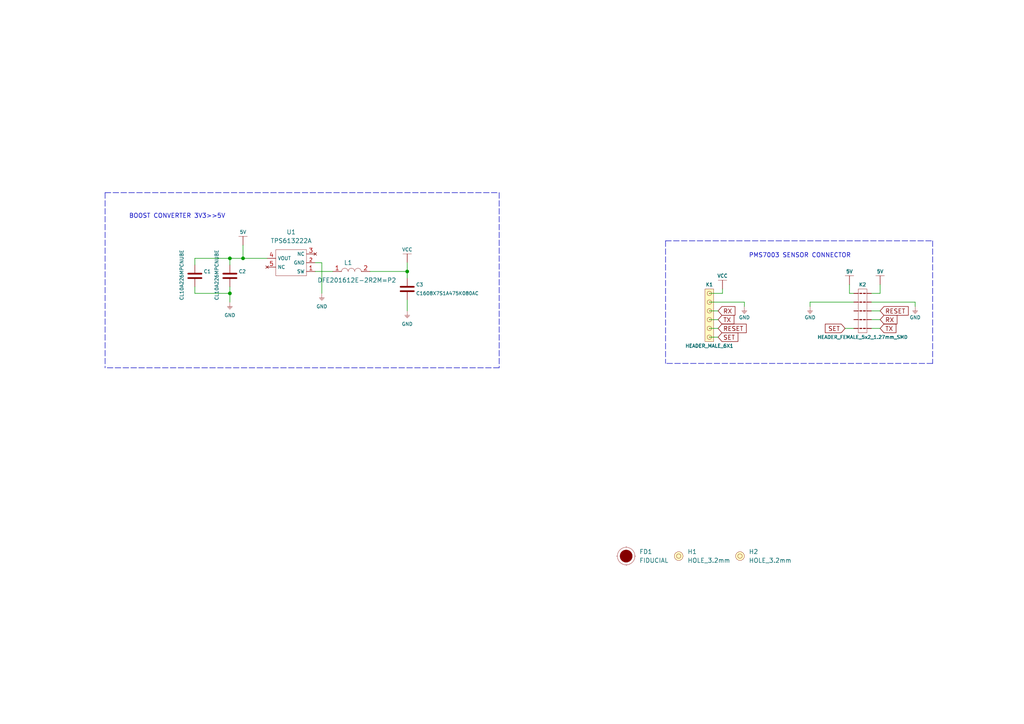
<source format=kicad_sch>
(kicad_sch (version 20211123) (generator eeschema)

  (uuid 48b536c3-d1f1-4397-99d6-5d886d23cefc)

  (paper "A4")

  (title_block
    (title "PMS7003 sensor adapter")
    (date "2021-09-09")
    (rev "V1.1.1.")
    (company "SOLDERED")
    (comment 1 "333058")
  )

  (lib_symbols
    (symbol "e-radionica.com schematics:0805C" (pin_numbers hide) (in_bom yes) (on_board yes)
      (property "Reference" "C" (id 0) (at -0.635 3.175 0)
        (effects (font (size 1 1)))
      )
      (property "Value" "0805C" (id 1) (at 0 -3.175 0)
        (effects (font (size 1 1)))
      )
      (property "Footprint" "e-radionica.com footprinti:0805C" (id 2) (at 0 0 0)
        (effects (font (size 1 1)) hide)
      )
      (property "Datasheet" "" (id 3) (at 0 0 0)
        (effects (font (size 1 1)) hide)
      )
      (symbol "0805C_0_1"
        (polyline
          (pts
            (xy -0.635 1.905)
            (xy -0.635 -1.905)
          )
          (stroke (width 0.5) (type default) (color 0 0 0 0))
          (fill (type none))
        )
        (polyline
          (pts
            (xy 0.635 1.905)
            (xy 0.635 -1.905)
          )
          (stroke (width 0.5) (type default) (color 0 0 0 0))
          (fill (type none))
        )
      )
      (symbol "0805C_1_1"
        (pin passive line (at -3.175 0 0) (length 2.54)
          (name "~" (effects (font (size 1.27 1.27))))
          (number "1" (effects (font (size 1.27 1.27))))
        )
        (pin passive line (at 3.175 0 180) (length 2.54)
          (name "~" (effects (font (size 1.27 1.27))))
          (number "2" (effects (font (size 1.27 1.27))))
        )
      )
    )
    (symbol "e-radionica.com schematics:0806L" (in_bom yes) (on_board yes)
      (property "Reference" "L" (id 0) (at 0 1.905 0)
        (effects (font (size 1.27 1.27)))
      )
      (property "Value" "0806L" (id 1) (at 0 -1.27 0)
        (effects (font (size 1.27 1.27)))
      )
      (property "Footprint" "e-radionica.com footprinti:0806L" (id 2) (at 0 -2.54 0)
        (effects (font (size 1.27 1.27)) hide)
      )
      (property "Datasheet" "" (id 3) (at 0 -1.27 0)
        (effects (font (size 1.27 1.27)) hide)
      )
      (symbol "0806L_0_1"
        (arc (start -1.27 0) (mid -2.2225 0.9388) (end -3.175 0)
          (stroke (width 0.0006) (type default) (color 0 0 0 0))
          (fill (type none))
        )
        (arc (start 0.635 0) (mid -0.3175 0.9388) (end -1.27 0)
          (stroke (width 0.0006) (type default) (color 0 0 0 0))
          (fill (type none))
        )
        (arc (start 2.54 0) (mid 1.5875 0.9388) (end 0.635 0)
          (stroke (width 0.0006) (type default) (color 0 0 0 0))
          (fill (type none))
        )
      )
      (symbol "0806L_1_1"
        (pin passive line (at -5.715 0 0) (length 2.54)
          (name "" (effects (font (size 1.27 1.27))))
          (number "1" (effects (font (size 1.27 1.27))))
        )
        (pin passive line (at 5.08 0 180) (length 2.54)
          (name "" (effects (font (size 1.27 1.27))))
          (number "2" (effects (font (size 1.27 1.27))))
        )
      )
    )
    (symbol "e-radionica.com schematics:5V" (power) (pin_names (offset 0)) (in_bom yes) (on_board yes)
      (property "Reference" "#PWR" (id 0) (at 4.445 0 0)
        (effects (font (size 1 1)) hide)
      )
      (property "Value" "5V" (id 1) (at 0 3.556 0)
        (effects (font (size 1 1)))
      )
      (property "Footprint" "" (id 2) (at 4.445 3.81 0)
        (effects (font (size 1 1)) hide)
      )
      (property "Datasheet" "" (id 3) (at 4.445 3.81 0)
        (effects (font (size 1 1)) hide)
      )
      (property "ki_keywords" "power-flag" (id 4) (at 0 0 0)
        (effects (font (size 1.27 1.27)) hide)
      )
      (property "ki_description" "Power symbol creates a global label with name \"5V\"" (id 5) (at 0 0 0)
        (effects (font (size 1.27 1.27)) hide)
      )
      (symbol "5V_0_1"
        (polyline
          (pts
            (xy -1.27 2.54)
            (xy 1.27 2.54)
          )
          (stroke (width 0.0006) (type default) (color 0 0 0 0))
          (fill (type none))
        )
        (polyline
          (pts
            (xy 0 0)
            (xy 0 2.54)
          )
          (stroke (width 0) (type default) (color 0 0 0 0))
          (fill (type none))
        )
      )
      (symbol "5V_1_1"
        (pin power_in line (at 0 0 90) (length 0) hide
          (name "5V" (effects (font (size 1.27 1.27))))
          (number "1" (effects (font (size 1.27 1.27))))
        )
      )
    )
    (symbol "e-radionica.com schematics:FIDUCIAL" (in_bom no) (on_board yes)
      (property "Reference" "FD" (id 0) (at 0 3.81 0)
        (effects (font (size 1.27 1.27)))
      )
      (property "Value" "FIDUCIAL" (id 1) (at 0 -3.81 0)
        (effects (font (size 1.27 1.27)))
      )
      (property "Footprint" "e-radionica.com footprinti:FIDUCIAL_23" (id 2) (at 0.254 -5.334 0)
        (effects (font (size 1.27 1.27)) hide)
      )
      (property "Datasheet" "" (id 3) (at 0 0 0)
        (effects (font (size 1.27 1.27)) hide)
      )
      (symbol "FIDUCIAL_0_1"
        (polyline
          (pts
            (xy -2.54 0)
            (xy -2.794 0)
          )
          (stroke (width 0.0006) (type default) (color 0 0 0 0))
          (fill (type none))
        )
        (polyline
          (pts
            (xy 0 -2.54)
            (xy 0 -2.794)
          )
          (stroke (width 0.0006) (type default) (color 0 0 0 0))
          (fill (type none))
        )
        (polyline
          (pts
            (xy 0 2.54)
            (xy 0 2.794)
          )
          (stroke (width 0.0006) (type default) (color 0 0 0 0))
          (fill (type none))
        )
        (polyline
          (pts
            (xy 2.54 0)
            (xy 2.794 0)
          )
          (stroke (width 0.0006) (type default) (color 0 0 0 0))
          (fill (type none))
        )
        (circle (center 0 0) (radius 1.7961)
          (stroke (width 0.001) (type default) (color 0 0 0 0))
          (fill (type outline))
        )
        (circle (center 0 0) (radius 2.54)
          (stroke (width 0.0006) (type default) (color 0 0 0 0))
          (fill (type none))
        )
      )
    )
    (symbol "e-radionica.com schematics:GND" (power) (pin_names (offset 0)) (in_bom yes) (on_board yes)
      (property "Reference" "#PWR" (id 0) (at 4.445 0 0)
        (effects (font (size 1 1)) hide)
      )
      (property "Value" "GND" (id 1) (at 0 -2.921 0)
        (effects (font (size 1 1)))
      )
      (property "Footprint" "" (id 2) (at 4.445 3.81 0)
        (effects (font (size 1 1)) hide)
      )
      (property "Datasheet" "" (id 3) (at 4.445 3.81 0)
        (effects (font (size 1 1)) hide)
      )
      (property "ki_keywords" "power-flag" (id 4) (at 0 0 0)
        (effects (font (size 1.27 1.27)) hide)
      )
      (property "ki_description" "Power symbol creates a global label with name \"GND\"" (id 5) (at 0 0 0)
        (effects (font (size 1.27 1.27)) hide)
      )
      (symbol "GND_0_1"
        (polyline
          (pts
            (xy -0.762 -1.27)
            (xy 0.762 -1.27)
          )
          (stroke (width 0.0006) (type default) (color 0 0 0 0))
          (fill (type none))
        )
        (polyline
          (pts
            (xy -0.635 -1.524)
            (xy 0.635 -1.524)
          )
          (stroke (width 0.0006) (type default) (color 0 0 0 0))
          (fill (type none))
        )
        (polyline
          (pts
            (xy -0.381 -1.778)
            (xy 0.381 -1.778)
          )
          (stroke (width 0.0006) (type default) (color 0 0 0 0))
          (fill (type none))
        )
        (polyline
          (pts
            (xy -0.127 -2.032)
            (xy 0.127 -2.032)
          )
          (stroke (width 0.0006) (type default) (color 0 0 0 0))
          (fill (type none))
        )
        (polyline
          (pts
            (xy 0 0)
            (xy 0 -1.27)
          )
          (stroke (width 0.0006) (type default) (color 0 0 0 0))
          (fill (type none))
        )
      )
      (symbol "GND_1_1"
        (pin power_in line (at 0 0 270) (length 0) hide
          (name "GND" (effects (font (size 1.27 1.27))))
          (number "1" (effects (font (size 1.27 1.27))))
        )
      )
    )
    (symbol "e-radionica.com schematics:HEADER_FEMALE_5x2_1.27mm_SMD" (pin_numbers hide) (pin_names hide) (in_bom yes) (on_board yes)
      (property "Reference" "K" (id 0) (at 0 7.62 0)
        (effects (font (size 1 1)))
      )
      (property "Value" "HEADER_FEMALE_5x2_1.27mm_SMD" (id 1) (at 0 -7.62 0)
        (effects (font (size 1 1)))
      )
      (property "Footprint" "e-radionica.com footprinti:HEADER_FEMALE_5x2_1.27mm_SMD" (id 2) (at 0 -8.89 0)
        (effects (font (size 1 1)) hide)
      )
      (property "Datasheet" "" (id 3) (at 2.54 -2.54 0)
        (effects (font (size 1 1)) hide)
      )
      (property "ki_keywords" "PMS7003 header 1.27mm SMD" (id 4) (at 0 0 0)
        (effects (font (size 1.27 1.27)) hide)
      )
      (property "ki_description" "Header 1.27mm 5x2 SMD" (id 5) (at 0 0 0)
        (effects (font (size 1.27 1.27)) hide)
      )
      (symbol "HEADER_FEMALE_5x2_1.27mm_SMD_0_1"
        (rectangle (start -1.27 6.35) (end 1.27 -6.35)
          (stroke (width 0.0006) (type default) (color 0 0 0 0))
          (fill (type none))
        )
        (polyline
          (pts
            (xy -1.27 -5.08)
            (xy -0.635 -5.08)
          )
          (stroke (width 0.0006) (type default) (color 0 0 0 0))
          (fill (type none))
        )
        (polyline
          (pts
            (xy -1.27 -2.54)
            (xy -0.635 -2.54)
          )
          (stroke (width 0.0006) (type default) (color 0 0 0 0))
          (fill (type none))
        )
        (polyline
          (pts
            (xy -1.27 0)
            (xy -0.635 0)
          )
          (stroke (width 0.0006) (type default) (color 0 0 0 0))
          (fill (type none))
        )
        (polyline
          (pts
            (xy -1.27 2.54)
            (xy -0.635 2.54)
          )
          (stroke (width 0.0006) (type default) (color 0 0 0 0))
          (fill (type none))
        )
        (polyline
          (pts
            (xy -1.27 5.08)
            (xy -0.635 5.08)
          )
          (stroke (width 0.0006) (type default) (color 0 0 0 0))
          (fill (type none))
        )
        (polyline
          (pts
            (xy -0.762 -5.08)
            (xy -0.254 -5.08)
          )
          (stroke (width 0.3) (type default) (color 0 0 0 0))
          (fill (type none))
        )
        (polyline
          (pts
            (xy -0.762 -2.54)
            (xy -0.254 -2.54)
          )
          (stroke (width 0.3) (type default) (color 0 0 0 0))
          (fill (type none))
        )
        (polyline
          (pts
            (xy -0.762 0)
            (xy -0.254 0)
          )
          (stroke (width 0.3) (type default) (color 0 0 0 0))
          (fill (type none))
        )
        (polyline
          (pts
            (xy -0.762 2.54)
            (xy -0.254 2.54)
          )
          (stroke (width 0.3) (type default) (color 0 0 0 0))
          (fill (type none))
        )
        (polyline
          (pts
            (xy -0.762 5.08)
            (xy -0.254 5.08)
          )
          (stroke (width 0.3) (type default) (color 0 0 0 0))
          (fill (type none))
        )
        (polyline
          (pts
            (xy 0.254 -5.08)
            (xy 0.762 -5.08)
          )
          (stroke (width 0.3) (type default) (color 0 0 0 0))
          (fill (type none))
        )
        (polyline
          (pts
            (xy 0.254 -2.54)
            (xy 0.762 -2.54)
          )
          (stroke (width 0.3) (type default) (color 0 0 0 0))
          (fill (type none))
        )
        (polyline
          (pts
            (xy 0.254 0)
            (xy 0.762 0)
          )
          (stroke (width 0.3) (type default) (color 0 0 0 0))
          (fill (type none))
        )
        (polyline
          (pts
            (xy 0.254 2.54)
            (xy 0.762 2.54)
          )
          (stroke (width 0.3) (type default) (color 0 0 0 0))
          (fill (type none))
        )
        (polyline
          (pts
            (xy 0.254 5.08)
            (xy 0.762 5.08)
          )
          (stroke (width 0.3) (type default) (color 0 0 0 0))
          (fill (type none))
        )
        (polyline
          (pts
            (xy 1.27 -5.08)
            (xy 0.635 -5.08)
          )
          (stroke (width 0.0006) (type default) (color 0 0 0 0))
          (fill (type none))
        )
        (polyline
          (pts
            (xy 1.27 -2.54)
            (xy 0.635 -2.54)
          )
          (stroke (width 0.0006) (type default) (color 0 0 0 0))
          (fill (type none))
        )
        (polyline
          (pts
            (xy 1.27 0)
            (xy 0.635 0)
          )
          (stroke (width 0.0006) (type default) (color 0 0 0 0))
          (fill (type none))
        )
        (polyline
          (pts
            (xy 1.27 2.54)
            (xy 0.635 2.54)
          )
          (stroke (width 0.0006) (type default) (color 0 0 0 0))
          (fill (type none))
        )
        (polyline
          (pts
            (xy 1.27 5.08)
            (xy 0.635 5.08)
          )
          (stroke (width 0.0006) (type default) (color 0 0 0 0))
          (fill (type none))
        )
      )
      (symbol "HEADER_FEMALE_5x2_1.27mm_SMD_1_1"
        (pin passive line (at -2.54 5.08 0) (length 1.27)
          (name "~" (effects (font (size 1 1))))
          (number "1" (effects (font (size 1 1))))
        )
        (pin passive line (at 2.54 5.08 180) (length 1.27)
          (name "~" (effects (font (size 1 1))))
          (number "10" (effects (font (size 1 1))))
        )
        (pin passive line (at -2.54 2.54 0) (length 1.27)
          (name "~" (effects (font (size 1 1))))
          (number "2" (effects (font (size 1 1))))
        )
        (pin passive line (at -2.54 0 0) (length 1.27)
          (name "~" (effects (font (size 1 1))))
          (number "3" (effects (font (size 1 1))))
        )
        (pin passive line (at -2.54 -2.54 0) (length 1.27)
          (name "~" (effects (font (size 1 1))))
          (number "4" (effects (font (size 1 1))))
        )
        (pin passive line (at -2.54 -5.08 0) (length 1.27)
          (name "~" (effects (font (size 1 1))))
          (number "5" (effects (font (size 1 1))))
        )
        (pin passive line (at 2.54 -5.08 180) (length 1.27)
          (name "~" (effects (font (size 1 1))))
          (number "6" (effects (font (size 1 1))))
        )
        (pin passive line (at 2.54 -2.54 180) (length 1.27)
          (name "~" (effects (font (size 1 1))))
          (number "7" (effects (font (size 1 1))))
        )
        (pin passive line (at 2.54 0 180) (length 1.27)
          (name "~" (effects (font (size 1 1))))
          (number "8" (effects (font (size 1 1))))
        )
        (pin passive line (at 2.54 2.54 180) (length 1.27)
          (name "~" (effects (font (size 1 1))))
          (number "9" (effects (font (size 1 1))))
        )
      )
    )
    (symbol "e-radionica.com schematics:HEADER_MALE_6X1" (pin_numbers hide) (pin_names hide) (in_bom yes) (on_board yes)
      (property "Reference" "K" (id 0) (at -0.635 10.16 0)
        (effects (font (size 1 1)))
      )
      (property "Value" "HEADER_MALE_6X1" (id 1) (at 1.27 -7.62 0)
        (effects (font (size 1 1)))
      )
      (property "Footprint" "e-radionica.com footprinti:HEADER_MALE_6X1" (id 2) (at 0 0 0)
        (effects (font (size 1 1)) hide)
      )
      (property "Datasheet" "" (id 3) (at 0 0 0)
        (effects (font (size 1 1)) hide)
      )
      (symbol "HEADER_MALE_6X1_0_1"
        (circle (center 0 -5.08) (radius 0.635)
          (stroke (width 0.0006) (type default) (color 0 0 0 0))
          (fill (type none))
        )
        (circle (center 0 -2.54) (radius 0.635)
          (stroke (width 0.0006) (type default) (color 0 0 0 0))
          (fill (type none))
        )
        (circle (center 0 0) (radius 0.635)
          (stroke (width 0.0006) (type default) (color 0 0 0 0))
          (fill (type none))
        )
        (circle (center 0 2.54) (radius 0.635)
          (stroke (width 0.0006) (type default) (color 0 0 0 0))
          (fill (type none))
        )
        (circle (center 0 5.08) (radius 0.635)
          (stroke (width 0.0006) (type default) (color 0 0 0 0))
          (fill (type none))
        )
        (circle (center 0 7.62) (radius 0.635)
          (stroke (width 0.0006) (type default) (color 0 0 0 0))
          (fill (type none))
        )
        (rectangle (start 1.27 -6.35) (end -1.27 8.89)
          (stroke (width 0.001) (type default) (color 0 0 0 0))
          (fill (type background))
        )
      )
      (symbol "HEADER_MALE_6X1_1_1"
        (pin passive line (at 0 -5.08 180) (length 0)
          (name "~" (effects (font (size 0.991 0.991))))
          (number "1" (effects (font (size 0.991 0.991))))
        )
        (pin passive line (at 0 -2.54 180) (length 0)
          (name "~" (effects (font (size 0.991 0.991))))
          (number "2" (effects (font (size 0.991 0.991))))
        )
        (pin passive line (at 0 0 180) (length 0)
          (name "~" (effects (font (size 0.991 0.991))))
          (number "3" (effects (font (size 0.991 0.991))))
        )
        (pin passive line (at 0 2.54 180) (length 0)
          (name "~" (effects (font (size 0.991 0.991))))
          (number "4" (effects (font (size 0.991 0.991))))
        )
        (pin passive line (at 0 5.08 180) (length 0)
          (name "~" (effects (font (size 0.991 0.991))))
          (number "5" (effects (font (size 0.991 0.991))))
        )
        (pin passive line (at 0 7.62 180) (length 0)
          (name "~" (effects (font (size 0.991 0.991))))
          (number "6" (effects (font (size 0.991 0.991))))
        )
      )
    )
    (symbol "e-radionica.com schematics:HOLE_3.2mm" (pin_numbers hide) (pin_names hide) (in_bom yes) (on_board yes)
      (property "Reference" "H" (id 0) (at 0 2.54 0)
        (effects (font (size 1.27 1.27)))
      )
      (property "Value" "HOLE_3.2mm" (id 1) (at 0 -2.54 0)
        (effects (font (size 1.27 1.27)))
      )
      (property "Footprint" "e-radionica.com footprinti:HOLE_3.2mm" (id 2) (at 0 0 0)
        (effects (font (size 1.27 1.27)) hide)
      )
      (property "Datasheet" "" (id 3) (at 0 0 0)
        (effects (font (size 1.27 1.27)) hide)
      )
      (symbol "HOLE_3.2mm_0_1"
        (circle (center 0 0) (radius 0.635)
          (stroke (width 0.0006) (type default) (color 0 0 0 0))
          (fill (type none))
        )
        (circle (center 0 0) (radius 1.27)
          (stroke (width 0.001) (type default) (color 0 0 0 0))
          (fill (type background))
        )
      )
    )
    (symbol "e-radionica.com schematics:TPS613222A" (in_bom yes) (on_board yes)
      (property "Reference" "U" (id 0) (at 0 5.08 0)
        (effects (font (size 1.27 1.27)))
      )
      (property "Value" "TPS613222A" (id 1) (at 0 -5.08 0)
        (effects (font (size 1.27 1.27)))
      )
      (property "Footprint" "e-radionica.com footprinti:tps613222a" (id 2) (at -0.635 0 0)
        (effects (font (size 1.27 1.27)) hide)
      )
      (property "Datasheet" "" (id 3) (at -0.635 0 0)
        (effects (font (size 1.27 1.27)) hide)
      )
      (symbol "TPS613222A_0_1"
        (rectangle (start -4.445 3.81) (end 4.445 -3.81)
          (stroke (width 0.0006) (type default) (color 0 0 0 0))
          (fill (type none))
        )
      )
      (symbol "TPS613222A_1_1"
        (pin passive line (at 6.985 -2.54 180) (length 2.54)
          (name "SW" (effects (font (size 1 1))))
          (number "1" (effects (font (size 1.27 1.27))))
        )
        (pin passive line (at 6.985 0 180) (length 2.54)
          (name "GND" (effects (font (size 1 1))))
          (number "2" (effects (font (size 1 1))))
        )
        (pin no_connect line (at 6.985 2.54 180) (length 2.54)
          (name "NC" (effects (font (size 1 1))))
          (number "3" (effects (font (size 1.27 1.27))))
        )
        (pin passive line (at -6.985 1.27 0) (length 2.54)
          (name "VOUT" (effects (font (size 1 1))))
          (number "4" (effects (font (size 1.27 1.27))))
        )
        (pin no_connect line (at -6.985 -1.27 0) (length 2.54)
          (name "NC" (effects (font (size 1 1))))
          (number "5" (effects (font (size 1.27 1.27))))
        )
      )
    )
    (symbol "e-radionica.com schematics:VCC" (power) (pin_names (offset 0)) (in_bom yes) (on_board yes)
      (property "Reference" "#PWR" (id 0) (at 4.445 0 0)
        (effects (font (size 1 1)) hide)
      )
      (property "Value" "VCC" (id 1) (at 0 3.556 0)
        (effects (font (size 1 1)))
      )
      (property "Footprint" "" (id 2) (at 4.445 3.81 0)
        (effects (font (size 1 1)) hide)
      )
      (property "Datasheet" "" (id 3) (at 4.445 3.81 0)
        (effects (font (size 1 1)) hide)
      )
      (property "ki_keywords" "power-flag" (id 4) (at 0 0 0)
        (effects (font (size 1.27 1.27)) hide)
      )
      (property "ki_description" "Power symbol creates a global label with name \"VCC\"" (id 5) (at 0 0 0)
        (effects (font (size 1.27 1.27)) hide)
      )
      (symbol "VCC_0_1"
        (polyline
          (pts
            (xy -1.27 2.54)
            (xy 1.27 2.54)
          )
          (stroke (width 0.0006) (type default) (color 0 0 0 0))
          (fill (type none))
        )
        (polyline
          (pts
            (xy 0 0)
            (xy 0 2.54)
          )
          (stroke (width 0) (type default) (color 0 0 0 0))
          (fill (type none))
        )
      )
      (symbol "VCC_1_1"
        (pin power_in line (at 0 0 90) (length 0) hide
          (name "VCC" (effects (font (size 1.27 1.27))))
          (number "1" (effects (font (size 1.27 1.27))))
        )
      )
    )
  )

  (junction (at 66.675 74.93) (diameter 0.9144) (color 0 0 0 0)
    (uuid 1e8701fc-ad24-40ea-846a-e3db538d6077)
  )
  (junction (at 118.11 78.74) (diameter 0.9144) (color 0 0 0 0)
    (uuid 8c514922-ffe1-4e37-a260-e807409f2e0d)
  )
  (junction (at 70.485 74.93) (diameter 0.9144) (color 0 0 0 0)
    (uuid c25a772d-af9c-4ebc-96f6-0966738c13a8)
  )
  (junction (at 66.675 85.09) (diameter 0.9144) (color 0 0 0 0)
    (uuid d5641ac9-9be7-46bf-90b3-6c83d852b5ba)
  )

  (wire (pts (xy 252.73 85.09) (xy 255.27 85.09))
    (stroke (width 0) (type solid) (color 0 0 0 0))
    (uuid 1402a554-1038-4a02-9182-5bf374cf74b2)
  )
  (wire (pts (xy 255.27 85.09) (xy 255.27 82.55))
    (stroke (width 0) (type solid) (color 0 0 0 0))
    (uuid 1402a554-1038-4a02-9182-5bf374cf74b3)
  )
  (wire (pts (xy 234.95 87.63) (xy 247.65 87.63))
    (stroke (width 0) (type solid) (color 0 0 0 0))
    (uuid 2786e737-4284-49c1-9766-da90d19da2c8)
  )
  (wire (pts (xy 234.95 87.63) (xy 234.95 88.9))
    (stroke (width 0) (type solid) (color 0 0 0 0))
    (uuid 2b35c7b9-4199-44ee-8e60-9989f672b4d7)
  )
  (wire (pts (xy 91.44 78.74) (xy 96.52 78.74))
    (stroke (width 0) (type solid) (color 0 0 0 0))
    (uuid 30409ece-169b-45e2-bac8-caec841c87cb)
  )
  (polyline (pts (xy 30.48 55.88) (xy 30.48 106.68))
    (stroke (width 0) (type dash) (color 0 0 0 0))
    (uuid 304b0a24-e9d7-4fac-a31b-45cadd06e69c)
  )
  (polyline (pts (xy 30.48 55.88) (xy 144.78 55.88))
    (stroke (width 0) (type dash) (color 0 0 0 0))
    (uuid 304b0a24-e9d7-4fac-a31b-45cadd06e69d)
  )
  (polyline (pts (xy 144.78 55.88) (xy 144.78 106.68))
    (stroke (width 0) (type dash) (color 0 0 0 0))
    (uuid 304b0a24-e9d7-4fac-a31b-45cadd06e69e)
  )
  (polyline (pts (xy 144.78 106.68) (xy 30.48 106.68))
    (stroke (width 0) (type dash) (color 0 0 0 0))
    (uuid 304b0a24-e9d7-4fac-a31b-45cadd06e69f)
  )

  (wire (pts (xy 205.74 95.25) (xy 208.28 95.25))
    (stroke (width 0) (type solid) (color 0 0 0 0))
    (uuid 3fef6867-54cc-4868-a255-a60b076080b7)
  )
  (wire (pts (xy 93.345 76.2) (xy 93.345 85.09))
    (stroke (width 0) (type solid) (color 0 0 0 0))
    (uuid 594597dc-7b69-4504-847f-955028b21143)
  )
  (wire (pts (xy 252.73 95.25) (xy 255.27 95.25))
    (stroke (width 0) (type solid) (color 0 0 0 0))
    (uuid 6729467e-9b9e-4808-8027-f3a9c2a65399)
  )
  (wire (pts (xy 118.11 76.2) (xy 118.11 78.74))
    (stroke (width 0) (type solid) (color 0 0 0 0))
    (uuid 67de7aee-94ce-4059-b3ad-77f61cc8b0a4)
  )
  (wire (pts (xy 118.11 78.74) (xy 118.11 80.645))
    (stroke (width 0) (type solid) (color 0 0 0 0))
    (uuid 67de7aee-94ce-4059-b3ad-77f61cc8b0a5)
  )
  (wire (pts (xy 252.73 92.71) (xy 255.27 92.71))
    (stroke (width 0) (type solid) (color 0 0 0 0))
    (uuid 695a960c-0705-4818-8042-fa9f33f5b6af)
  )
  (polyline (pts (xy 193.04 69.85) (xy 193.04 105.41))
    (stroke (width 0) (type dash) (color 0 0 0 0))
    (uuid 6a24de8e-bc4c-4925-8346-d5292a528697)
  )
  (polyline (pts (xy 193.04 69.85) (xy 270.51 69.85))
    (stroke (width 0) (type dash) (color 0 0 0 0))
    (uuid 6a24de8e-bc4c-4925-8346-d5292a528698)
  )
  (polyline (pts (xy 270.51 69.85) (xy 270.51 105.41))
    (stroke (width 0) (type dash) (color 0 0 0 0))
    (uuid 6a24de8e-bc4c-4925-8346-d5292a528699)
  )
  (polyline (pts (xy 270.51 105.41) (xy 193.04 105.41))
    (stroke (width 0) (type dash) (color 0 0 0 0))
    (uuid 6a24de8e-bc4c-4925-8346-d5292a52869a)
  )

  (wire (pts (xy 66.675 85.09) (xy 66.675 87.63))
    (stroke (width 0) (type solid) (color 0 0 0 0))
    (uuid 77516979-852d-4886-8772-1e0e75cf0634)
  )
  (wire (pts (xy 252.73 87.63) (xy 265.43 87.63))
    (stroke (width 0) (type solid) (color 0 0 0 0))
    (uuid 7afb5bfd-d5f1-4de6-a735-a560732417ee)
  )
  (wire (pts (xy 205.74 90.17) (xy 208.28 90.17))
    (stroke (width 0) (type solid) (color 0 0 0 0))
    (uuid 8f7f879f-0a6c-4eab-a65a-aadd866c07db)
  )
  (wire (pts (xy 245.11 95.25) (xy 247.65 95.25))
    (stroke (width 0) (type solid) (color 0 0 0 0))
    (uuid 98ddde94-e310-4487-b5de-3b39275e0009)
  )
  (wire (pts (xy 56.515 74.93) (xy 66.675 74.93))
    (stroke (width 0) (type solid) (color 0 0 0 0))
    (uuid 99e77998-5865-4d56-a2c3-62d8e76b6365)
  )
  (wire (pts (xy 70.485 74.93) (xy 70.485 71.12))
    (stroke (width 0) (type solid) (color 0 0 0 0))
    (uuid 9cd3b3fa-f200-4b46-87ed-2b24b5917dcd)
  )
  (wire (pts (xy 205.74 87.63) (xy 215.9 87.63))
    (stroke (width 0) (type solid) (color 0 0 0 0))
    (uuid 9f0ce021-f31a-40b4-8102-a0ded0a8fbbe)
  )
  (wire (pts (xy 215.9 87.63) (xy 215.9 88.9))
    (stroke (width 0) (type solid) (color 0 0 0 0))
    (uuid 9f0ce021-f31a-40b4-8102-a0ded0a8fbbf)
  )
  (wire (pts (xy 205.74 92.71) (xy 208.28 92.71))
    (stroke (width 0) (type solid) (color 0 0 0 0))
    (uuid a2b014d9-bf7f-4635-988e-86a163d2a388)
  )
  (wire (pts (xy 56.515 76.835) (xy 56.515 74.93))
    (stroke (width 0) (type solid) (color 0 0 0 0))
    (uuid a388c01f-1a21-4d36-b2c7-aefa3eaea249)
  )
  (wire (pts (xy 107.315 78.74) (xy 118.11 78.74))
    (stroke (width 0) (type solid) (color 0 0 0 0))
    (uuid ad1cb4a9-343f-4319-9034-11ec0355619e)
  )
  (wire (pts (xy 265.43 87.63) (xy 265.43 88.9))
    (stroke (width 0) (type solid) (color 0 0 0 0))
    (uuid c9e304d2-6e58-4e72-8db4-dbb073baa454)
  )
  (wire (pts (xy 252.73 90.17) (xy 255.27 90.17))
    (stroke (width 0) (type solid) (color 0 0 0 0))
    (uuid da830011-a080-4f61-98b1-42368c04b262)
  )
  (wire (pts (xy 66.675 83.185) (xy 66.675 85.09))
    (stroke (width 0) (type solid) (color 0 0 0 0))
    (uuid ddae976f-bceb-4e3b-af8f-69c19db8cb5e)
  )
  (wire (pts (xy 205.74 85.09) (xy 209.55 85.09))
    (stroke (width 0) (type solid) (color 0 0 0 0))
    (uuid deb4bfb9-6234-454c-9ad7-ea0e30bb955c)
  )
  (wire (pts (xy 209.55 85.09) (xy 209.55 83.82))
    (stroke (width 0) (type solid) (color 0 0 0 0))
    (uuid deb4bfb9-6234-454c-9ad7-ea0e30bb955d)
  )
  (wire (pts (xy 118.11 86.995) (xy 118.11 90.17))
    (stroke (width 0) (type solid) (color 0 0 0 0))
    (uuid e28aec6e-ad6a-4ce7-a7fe-2d20cbc9f6de)
  )
  (wire (pts (xy 56.515 85.09) (xy 66.675 85.09))
    (stroke (width 0) (type solid) (color 0 0 0 0))
    (uuid e76d32a8-3e08-4154-b58c-778bfe121a40)
  )
  (wire (pts (xy 205.74 97.79) (xy 208.28 97.79))
    (stroke (width 0) (type solid) (color 0 0 0 0))
    (uuid e8747710-3e29-4fb2-877a-5281ac024d28)
  )
  (wire (pts (xy 56.515 83.185) (xy 56.515 85.09))
    (stroke (width 0) (type solid) (color 0 0 0 0))
    (uuid e9fe4680-316c-48cf-933a-76d887fa430b)
  )
  (wire (pts (xy 66.675 74.93) (xy 70.485 74.93))
    (stroke (width 0) (type solid) (color 0 0 0 0))
    (uuid ea9ee23c-1b06-444a-bae0-6efa20fa65ec)
  )
  (wire (pts (xy 91.44 76.2) (xy 93.345 76.2))
    (stroke (width 0) (type solid) (color 0 0 0 0))
    (uuid f2c7ffb7-a8d9-4c58-897f-dd401e736944)
  )
  (wire (pts (xy 246.38 82.55) (xy 246.38 85.09))
    (stroke (width 0) (type solid) (color 0 0 0 0))
    (uuid f45f6429-422b-4eb3-ac57-319adfd8b1d3)
  )
  (wire (pts (xy 246.38 85.09) (xy 247.65 85.09))
    (stroke (width 0) (type solid) (color 0 0 0 0))
    (uuid f45f6429-422b-4eb3-ac57-319adfd8b1d4)
  )
  (wire (pts (xy 66.675 76.835) (xy 66.675 74.93))
    (stroke (width 0) (type solid) (color 0 0 0 0))
    (uuid fce26a8e-fff1-4344-a160-8b0d20e355c9)
  )
  (wire (pts (xy 70.485 74.93) (xy 77.47 74.93))
    (stroke (width 0) (type solid) (color 0 0 0 0))
    (uuid feb1cbd6-0a1b-4cdf-867c-6c3b26df4b18)
  )

  (text "PMS7003 SENSOR CONNECTOR " (at 217.17 74.93 0)
    (effects (font (size 1.27 1.27)) (justify left bottom))
    (uuid 0fd87d54-d75f-4114-be08-57067497e74c)
  )
  (text "BOOST CONVERTER 3V3>>5V" (at 65.405 63.5 180)
    (effects (font (size 1.27 1.27)) (justify right bottom))
    (uuid 4db52b53-2216-47de-8aa0-413c42ffa177)
  )

  (global_label "RESET" (shape input) (at 208.28 95.25 0) (fields_autoplaced)
    (effects (font (size 1.27 1.27)) (justify left))
    (uuid 286b3d1f-aa1f-4225-8c00-b53d05392ae8)
    (property "Intersheet References" "${INTERSHEET_REFS}" (id 0) (at 216.4383 95.3294 0)
      (effects (font (size 1.27 1.27)) (justify left) hide)
    )
  )
  (global_label "SET" (shape input) (at 208.28 97.79 0) (fields_autoplaced)
    (effects (font (size 1.27 1.27)) (justify left))
    (uuid 30dc6c5a-5379-4d2d-a21d-d04490e849f2)
    (property "Intersheet References" "${INTERSHEET_REFS}" (id 0) (at 214.0193 97.7106 0)
      (effects (font (size 1.27 1.27)) (justify left) hide)
    )
  )
  (global_label "TX" (shape input) (at 208.28 92.71 0) (fields_autoplaced)
    (effects (font (size 1.27 1.27)) (justify left))
    (uuid 32dbd39d-91f7-4b2c-8fd8-e330b1f79051)
    (property "Intersheet References" "${INTERSHEET_REFS}" (id 0) (at 212.8702 92.7894 0)
      (effects (font (size 1.27 1.27)) (justify left) hide)
    )
  )
  (global_label "RX" (shape input) (at 255.27 92.71 0) (fields_autoplaced)
    (effects (font (size 1.27 1.27)) (justify left))
    (uuid 412d1d1d-6fc5-4181-b650-a80ed25283c0)
    (property "Intersheet References" "${INTERSHEET_REFS}" (id 0) (at 260.1626 92.7894 0)
      (effects (font (size 1.27 1.27)) (justify left) hide)
    )
  )
  (global_label "RX" (shape input) (at 208.28 90.17 0) (fields_autoplaced)
    (effects (font (size 1.27 1.27)) (justify left))
    (uuid 43ac4965-3d54-4e71-8224-0534ad5fcbee)
    (property "Intersheet References" "${INTERSHEET_REFS}" (id 0) (at 213.1726 90.2494 0)
      (effects (font (size 1.27 1.27)) (justify left) hide)
    )
  )
  (global_label "RESET" (shape input) (at 255.27 90.17 0) (fields_autoplaced)
    (effects (font (size 1.27 1.27)) (justify left))
    (uuid a4c735a5-772e-4612-ad27-d9f0c8b6ec41)
    (property "Intersheet References" "${INTERSHEET_REFS}" (id 0) (at 263.4283 90.2494 0)
      (effects (font (size 1.27 1.27)) (justify left) hide)
    )
  )
  (global_label "TX" (shape input) (at 255.27 95.25 0) (fields_autoplaced)
    (effects (font (size 1.27 1.27)) (justify left))
    (uuid b417ad22-d608-443b-b1f5-9cdaa4a19b1b)
    (property "Intersheet References" "${INTERSHEET_REFS}" (id 0) (at 259.8602 95.3294 0)
      (effects (font (size 1.27 1.27)) (justify left) hide)
    )
  )
  (global_label "SET" (shape input) (at 245.11 95.25 180) (fields_autoplaced)
    (effects (font (size 1.27 1.27)) (justify right))
    (uuid fe443804-1060-4f82-ba2c-0331d09a3253)
    (property "Intersheet References" "${INTERSHEET_REFS}" (id 0) (at 239.3707 95.3294 0)
      (effects (font (size 1.27 1.27)) (justify right) hide)
    )
  )

  (symbol (lib_id "e-radionica.com schematics:GND") (at 93.345 85.09 0) (unit 1)
    (in_bom yes) (on_board yes)
    (uuid 0a9d5c2b-74a5-4bd4-bd58-a402bdbdb7a2)
    (property "Reference" "#PWR03" (id 0) (at 97.79 85.09 0)
      (effects (font (size 1 1)) hide)
    )
    (property "Value" "GND" (id 1) (at 93.345 88.9 0)
      (effects (font (size 1 1)))
    )
    (property "Footprint" "" (id 2) (at 97.79 81.28 0)
      (effects (font (size 1 1)) hide)
    )
    (property "Datasheet" "" (id 3) (at 97.79 81.28 0)
      (effects (font (size 1 1)) hide)
    )
    (pin "1" (uuid fc210c5b-8077-4951-b08b-754d13bdfa97))
  )

  (symbol (lib_id "e-radionica.com schematics:GND") (at 66.675 87.63 0) (unit 1)
    (in_bom yes) (on_board yes)
    (uuid 0c0d00c0-ac33-4a4b-a022-50e0865e0d00)
    (property "Reference" "#PWR01" (id 0) (at 71.12 87.63 0)
      (effects (font (size 1 1)) hide)
    )
    (property "Value" "GND" (id 1) (at 66.675 91.44 0)
      (effects (font (size 1 1)))
    )
    (property "Footprint" "" (id 2) (at 71.12 83.82 0)
      (effects (font (size 1 1)) hide)
    )
    (property "Datasheet" "" (id 3) (at 71.12 83.82 0)
      (effects (font (size 1 1)) hide)
    )
    (pin "1" (uuid a99f39bc-b2ef-421c-926d-48e1a7436571))
  )

  (symbol (lib_id "e-radionica.com schematics:HOLE_3.2mm") (at 214.63 161.29 0) (unit 1)
    (in_bom yes) (on_board yes) (fields_autoplaced)
    (uuid 0c818853-c76a-43b3-939a-0d37bb06ce45)
    (property "Reference" "H2" (id 0) (at 217.17 160.0199 0)
      (effects (font (size 1.27 1.27)) (justify left))
    )
    (property "Value" "HOLE_3.2mm" (id 1) (at 217.17 162.5599 0)
      (effects (font (size 1.27 1.27)) (justify left))
    )
    (property "Footprint" "e-radionica.com footprinti:HOLE_3.2mm" (id 2) (at 214.63 161.29 0)
      (effects (font (size 1.27 1.27)) hide)
    )
    (property "Datasheet" "" (id 3) (at 214.63 161.29 0)
      (effects (font (size 1.27 1.27)) hide)
    )
  )

  (symbol (lib_id "e-radionica.com schematics:0805C") (at 66.675 80.01 90) (unit 1)
    (in_bom yes) (on_board yes)
    (uuid 140f5e2b-c3a7-42b7-a0be-a2fc32129498)
    (property "Reference" "C2" (id 0) (at 69.215 78.74 90)
      (effects (font (size 1 1)) (justify right))
    )
    (property "Value" "CL10A226MPCNUBE" (id 1) (at 62.865 72.39 0)
      (effects (font (size 1 1)) (justify right))
    )
    (property "Footprint" "e-radionica.com footprinti:0805C" (id 2) (at 66.675 80.01 0)
      (effects (font (size 1 1)) hide)
    )
    (property "Datasheet" "" (id 3) (at 66.675 80.01 0)
      (effects (font (size 1 1)) hide)
    )
    (pin "1" (uuid 2b1c78b7-1c45-49a6-850d-94c074afa6c9))
    (pin "2" (uuid c51670d3-2116-4619-b903-834302ebc0ea))
  )

  (symbol (lib_id "e-radionica.com schematics:0805C") (at 118.11 83.82 90) (unit 1)
    (in_bom yes) (on_board yes)
    (uuid 35377e90-1b58-49fc-b97a-f4acaeab46a5)
    (property "Reference" "C3" (id 0) (at 120.65 82.55 90)
      (effects (font (size 1 1)) (justify right))
    )
    (property "Value" "C1608X7S1A475K080AC" (id 1) (at 120.65 85.09 90)
      (effects (font (size 1 1)) (justify right))
    )
    (property "Footprint" "e-radionica.com footprinti:0805C" (id 2) (at 118.11 83.82 0)
      (effects (font (size 1 1)) hide)
    )
    (property "Datasheet" "" (id 3) (at 118.11 83.82 0)
      (effects (font (size 1 1)) hide)
    )
    (pin "1" (uuid 3cccc6de-7577-4c59-9cea-42cb5bd9a902))
    (pin "2" (uuid 02bcac4a-b558-4566-a61d-03f5294dec9e))
  )

  (symbol (lib_id "e-radionica.com schematics:5V") (at 70.485 71.12 0) (unit 1)
    (in_bom yes) (on_board yes)
    (uuid 426cfe29-e381-4d72-88f8-32d5ac0f7a95)
    (property "Reference" "#PWR02" (id 0) (at 74.93 71.12 0)
      (effects (font (size 1 1)) hide)
    )
    (property "Value" "5V" (id 1) (at 70.485 67.31 0)
      (effects (font (size 1 1)))
    )
    (property "Footprint" "" (id 2) (at 74.93 67.31 0)
      (effects (font (size 1 1)) hide)
    )
    (property "Datasheet" "" (id 3) (at 74.93 67.31 0)
      (effects (font (size 1 1)) hide)
    )
    (pin "1" (uuid 0feec74e-c2f5-4c83-bd0e-fe55f3f753e7))
  )

  (symbol (lib_id "e-radionica.com schematics:5V") (at 255.27 82.55 0) (unit 1)
    (in_bom yes) (on_board yes) (fields_autoplaced)
    (uuid 48b1dc62-c7d0-41e6-9610-8210f35de5c7)
    (property "Reference" "#PWR010" (id 0) (at 259.715 82.55 0)
      (effects (font (size 1 1)) hide)
    )
    (property "Value" "5V" (id 1) (at 255.27 78.74 0)
      (effects (font (size 1 1)))
    )
    (property "Footprint" "" (id 2) (at 259.715 78.74 0)
      (effects (font (size 1 1)) hide)
    )
    (property "Datasheet" "" (id 3) (at 259.715 78.74 0)
      (effects (font (size 1 1)) hide)
    )
    (pin "1" (uuid 429f34bc-1326-48e5-aadf-659656f27201))
  )

  (symbol (lib_id "e-radionica.com schematics:GND") (at 118.11 90.17 0) (unit 1)
    (in_bom yes) (on_board yes)
    (uuid 4e8d05c1-243b-4484-ad26-50dfd34cb6aa)
    (property "Reference" "#PWR07" (id 0) (at 122.555 90.17 0)
      (effects (font (size 1 1)) hide)
    )
    (property "Value" "GND" (id 1) (at 118.11 93.98 0)
      (effects (font (size 1 1)))
    )
    (property "Footprint" "" (id 2) (at 122.555 86.36 0)
      (effects (font (size 1 1)) hide)
    )
    (property "Datasheet" "" (id 3) (at 122.555 86.36 0)
      (effects (font (size 1 1)) hide)
    )
    (pin "1" (uuid c7bfb83d-001b-45f1-a290-6b14cf9408d7))
  )

  (symbol (lib_id "e-radionica.com schematics:GND") (at 215.9 88.9 0) (unit 1)
    (in_bom yes) (on_board yes)
    (uuid 56c7f95f-415a-4288-8fd8-43ef87d90884)
    (property "Reference" "#PWR05" (id 0) (at 220.345 88.9 0)
      (effects (font (size 1 1)) hide)
    )
    (property "Value" "GND" (id 1) (at 215.9 92.075 0)
      (effects (font (size 1 1)))
    )
    (property "Footprint" "" (id 2) (at 220.345 85.09 0)
      (effects (font (size 1 1)) hide)
    )
    (property "Datasheet" "" (id 3) (at 220.345 85.09 0)
      (effects (font (size 1 1)) hide)
    )
    (pin "1" (uuid ad654ead-50c6-46d9-9ce6-f630eb90e3b3))
  )

  (symbol (lib_id "e-radionica.com schematics:GND") (at 234.95 88.9 0) (unit 1)
    (in_bom yes) (on_board yes)
    (uuid 5e69932c-2c0a-4238-990b-2ad66c63d079)
    (property "Reference" "#PWR08" (id 0) (at 239.395 88.9 0)
      (effects (font (size 1 1)) hide)
    )
    (property "Value" "GND" (id 1) (at 234.95 92.075 0)
      (effects (font (size 1 1)))
    )
    (property "Footprint" "" (id 2) (at 239.395 85.09 0)
      (effects (font (size 1 1)) hide)
    )
    (property "Datasheet" "" (id 3) (at 239.395 85.09 0)
      (effects (font (size 1 1)) hide)
    )
    (pin "1" (uuid 4fef4df6-243d-4eba-9c97-16e6f5f5ede7))
  )

  (symbol (lib_id "e-radionica.com schematics:HEADER_FEMALE_5x2_1.27mm_SMD") (at 250.19 90.17 0) (unit 1)
    (in_bom yes) (on_board yes)
    (uuid 8bc907f4-aa8c-4e16-8a14-16d69bf834f5)
    (property "Reference" "K2" (id 0) (at 250.19 82.55 0)
      (effects (font (size 1 1)))
    )
    (property "Value" "HEADER_FEMALE_5x2_1.27mm_SMD" (id 1) (at 250.19 97.79 0)
      (effects (font (size 1 1)))
    )
    (property "Footprint" "e-radionica.com footprinti:HEADER_FEMALE_5x2_1.27mm_SMD" (id 2) (at 250.19 99.06 0)
      (effects (font (size 1 1)) hide)
    )
    (property "Datasheet" "" (id 3) (at 252.73 92.71 0)
      (effects (font (size 1 1)) hide)
    )
    (pin "1" (uuid 164d68a5-b153-4169-8bde-7fe7f671da5d))
    (pin "10" (uuid 4da98d8a-ad6f-4da0-9bcb-ad5b5592233e))
    (pin "2" (uuid 19d745ed-bc91-4ccc-81b2-4e5b7911e569))
    (pin "3" (uuid 002fdeea-1bb6-4402-8138-ec497d3cf8b3))
    (pin "4" (uuid 8a844a37-492b-4fa6-9811-2062f76c21b8))
    (pin "5" (uuid 82b20c2a-e2fa-4c26-bb6e-8927ca93491c))
    (pin "6" (uuid 21293647-d93e-4c02-976a-6e588d4c74da))
    (pin "7" (uuid 048450f9-a5a0-4bc8-a37e-149b357eae22))
    (pin "8" (uuid 1cf1e8c9-e8ae-433a-92a0-c0bbef46dbbe))
    (pin "9" (uuid 5573af64-d9af-4787-81a5-fc408ab0c06e))
  )

  (symbol (lib_id "e-radionica.com schematics:HEADER_MALE_6X1") (at 205.74 92.71 0) (unit 1)
    (in_bom yes) (on_board yes)
    (uuid 97393155-8ba7-4e81-b786-3d3bee188926)
    (property "Reference" "K1" (id 0) (at 205.74 82.55 0)
      (effects (font (size 1 1)))
    )
    (property "Value" "HEADER_MALE_6X1" (id 1) (at 205.74 100.33 0)
      (effects (font (size 1 1)))
    )
    (property "Footprint" "e-radionica.com footprinti:HEADER_MALE_6X1" (id 2) (at 205.74 92.71 0)
      (effects (font (size 1 1)) hide)
    )
    (property "Datasheet" "" (id 3) (at 205.74 92.71 0)
      (effects (font (size 1 1)) hide)
    )
    (pin "1" (uuid 9c5b1415-6593-4c42-8877-0f45f760b42f))
    (pin "2" (uuid 171ceaab-2811-478b-ba35-4f6df2f5f9fd))
    (pin "3" (uuid fe842bdc-d4c2-43ce-b99a-de668568a236))
    (pin "4" (uuid c17b20b9-f236-42a0-8b51-da6ad35f68ed))
    (pin "5" (uuid 4d5447c5-f264-43e2-b9c6-df008ab12e19))
    (pin "6" (uuid 5e619366-37bf-4499-9209-5b767e8d8d57))
  )

  (symbol (lib_id "e-radionica.com schematics:VCC") (at 209.55 83.82 0) (unit 1)
    (in_bom yes) (on_board yes) (fields_autoplaced)
    (uuid 9c9e0317-e6b1-4b2c-b9c7-94fed72e361a)
    (property "Reference" "#PWR04" (id 0) (at 213.995 83.82 0)
      (effects (font (size 1 1)) hide)
    )
    (property "Value" "VCC" (id 1) (at 209.55 80.01 0)
      (effects (font (size 1 1)))
    )
    (property "Footprint" "" (id 2) (at 213.995 80.01 0)
      (effects (font (size 1 1)) hide)
    )
    (property "Datasheet" "" (id 3) (at 213.995 80.01 0)
      (effects (font (size 1 1)) hide)
    )
    (pin "1" (uuid f0346a4f-3326-47b5-9a7e-873814eaad06))
  )

  (symbol (lib_id "e-radionica.com schematics:FIDUCIAL") (at 181.61 161.29 0) (unit 1)
    (in_bom no) (on_board yes) (fields_autoplaced)
    (uuid a806788c-fb22-463a-9771-ecf3c012b450)
    (property "Reference" "FD1" (id 0) (at 185.42 160.0199 0)
      (effects (font (size 1.27 1.27)) (justify left))
    )
    (property "Value" "FIDUCIAL" (id 1) (at 185.42 162.5599 0)
      (effects (font (size 1.27 1.27)) (justify left))
    )
    (property "Footprint" "e-radionica.com footprinti:FIDUCIAL_23" (id 2) (at 181.864 166.624 0)
      (effects (font (size 1.27 1.27)) hide)
    )
    (property "Datasheet" "" (id 3) (at 181.61 161.29 0)
      (effects (font (size 1.27 1.27)) hide)
    )
  )

  (symbol (lib_id "e-radionica.com schematics:5V") (at 246.38 82.55 0) (unit 1)
    (in_bom yes) (on_board yes) (fields_autoplaced)
    (uuid aa276c8d-9044-4e3c-b862-3d2beae1ace8)
    (property "Reference" "#PWR09" (id 0) (at 250.825 82.55 0)
      (effects (font (size 1 1)) hide)
    )
    (property "Value" "5V" (id 1) (at 246.38 78.74 0)
      (effects (font (size 1 1)))
    )
    (property "Footprint" "" (id 2) (at 250.825 78.74 0)
      (effects (font (size 1 1)) hide)
    )
    (property "Datasheet" "" (id 3) (at 250.825 78.74 0)
      (effects (font (size 1 1)) hide)
    )
    (pin "1" (uuid e25fbe0f-e592-4362-ad0b-146a9fdee9f4))
  )

  (symbol (lib_id "e-radionica.com schematics:0806L") (at 102.235 78.74 0) (unit 1)
    (in_bom yes) (on_board yes)
    (uuid b0d486b8-cd16-41e0-a2ad-89425521a406)
    (property "Reference" "L1" (id 0) (at 100.965 76.2 0))
    (property "Value" "DFE201612E-2R2M=P2" (id 1) (at 103.505 81.28 0))
    (property "Footprint" "e-radionica.com footprinti:0806L" (id 2) (at 102.235 81.28 0)
      (effects (font (size 1.27 1.27)) hide)
    )
    (property "Datasheet" "" (id 3) (at 102.235 80.01 0)
      (effects (font (size 1.27 1.27)) hide)
    )
    (pin "1" (uuid 758772ea-468e-4ce7-bf68-bcafee445008))
    (pin "2" (uuid d8966fa1-0a87-4a0a-99c1-313bc7073823))
  )

  (symbol (lib_id "e-radionica.com schematics:GND") (at 265.43 88.9 0) (unit 1)
    (in_bom yes) (on_board yes)
    (uuid b5c0ea74-e54c-4b9d-bc97-460427dc576c)
    (property "Reference" "#PWR011" (id 0) (at 269.875 88.9 0)
      (effects (font (size 1 1)) hide)
    )
    (property "Value" "GND" (id 1) (at 265.43 92.075 0)
      (effects (font (size 1 1)))
    )
    (property "Footprint" "" (id 2) (at 269.875 85.09 0)
      (effects (font (size 1 1)) hide)
    )
    (property "Datasheet" "" (id 3) (at 269.875 85.09 0)
      (effects (font (size 1 1)) hide)
    )
    (pin "1" (uuid 6ac913df-0493-4ae0-a884-0809b3e63f7b))
  )

  (symbol (lib_id "e-radionica.com schematics:0805C") (at 56.515 80.01 90) (unit 1)
    (in_bom yes) (on_board yes)
    (uuid c1798e03-30ba-4bad-a8f0-5eeafe8cbf19)
    (property "Reference" "C1" (id 0) (at 59.055 78.74 90)
      (effects (font (size 1 1)) (justify right))
    )
    (property "Value" "CL10A226MPCNUBE" (id 1) (at 52.705 72.39 0)
      (effects (font (size 1 1)) (justify right))
    )
    (property "Footprint" "e-radionica.com footprinti:0805C" (id 2) (at 56.515 80.01 0)
      (effects (font (size 1 1)) hide)
    )
    (property "Datasheet" "" (id 3) (at 56.515 80.01 0)
      (effects (font (size 1 1)) hide)
    )
    (pin "1" (uuid e8c9aac6-d6a9-424e-af4f-5eea02556df5))
    (pin "2" (uuid b11d9101-61e4-4ae1-909e-ca10823fc692))
  )

  (symbol (lib_id "e-radionica.com schematics:HOLE_3.2mm") (at 196.85 161.29 0) (unit 1)
    (in_bom yes) (on_board yes) (fields_autoplaced)
    (uuid d1a5a219-6a19-4615-9f43-65c32c801924)
    (property "Reference" "H1" (id 0) (at 199.39 160.0199 0)
      (effects (font (size 1.27 1.27)) (justify left))
    )
    (property "Value" "HOLE_3.2mm" (id 1) (at 199.39 162.5599 0)
      (effects (font (size 1.27 1.27)) (justify left))
    )
    (property "Footprint" "e-radionica.com footprinti:HOLE_3.2mm" (id 2) (at 196.85 161.29 0)
      (effects (font (size 1.27 1.27)) hide)
    )
    (property "Datasheet" "" (id 3) (at 196.85 161.29 0)
      (effects (font (size 1.27 1.27)) hide)
    )
  )

  (symbol (lib_id "e-radionica.com schematics:TPS613222A") (at 84.455 76.2 0) (unit 1)
    (in_bom yes) (on_board yes)
    (uuid d249bcb5-95c1-4c48-85e3-b25fb8fc8148)
    (property "Reference" "U1" (id 0) (at 84.455 67.31 0))
    (property "Value" "TPS613222A" (id 1) (at 84.455 69.85 0))
    (property "Footprint" "e-radionica.com footprinti:tps613222a" (id 2) (at 83.82 76.2 0)
      (effects (font (size 1.27 1.27)) hide)
    )
    (property "Datasheet" "" (id 3) (at 83.82 76.2 0)
      (effects (font (size 1.27 1.27)) hide)
    )
    (pin "1" (uuid d0ab30d1-87b0-4b39-96e2-d81062bca6c5))
    (pin "2" (uuid 761e560d-8107-4892-99b0-8e19422a1c73))
    (pin "3" (uuid eb56e8fd-39a8-431b-9c88-90d08bc67dc0))
    (pin "4" (uuid 2c65f7f8-7574-4dfe-a281-df3bd97774e0))
    (pin "5" (uuid fe31cdc4-643f-4a8c-a48a-7b427bdde58a))
  )

  (symbol (lib_id "e-radionica.com schematics:VCC") (at 118.11 76.2 0) (unit 1)
    (in_bom yes) (on_board yes) (fields_autoplaced)
    (uuid f3949d64-1673-47a3-aff3-6720077a6af0)
    (property "Reference" "#PWR06" (id 0) (at 122.555 76.2 0)
      (effects (font (size 1 1)) hide)
    )
    (property "Value" "VCC" (id 1) (at 118.11 72.39 0)
      (effects (font (size 1 1)))
    )
    (property "Footprint" "" (id 2) (at 122.555 72.39 0)
      (effects (font (size 1 1)) hide)
    )
    (property "Datasheet" "" (id 3) (at 122.555 72.39 0)
      (effects (font (size 1 1)) hide)
    )
    (pin "1" (uuid 39130cb0-7ab2-42eb-9e77-819fea4c5cd3))
  )

  (sheet_instances
    (path "/" (page "1"))
  )

  (symbol_instances
    (path "/0c0d00c0-ac33-4a4b-a022-50e0865e0d00"
      (reference "#PWR01") (unit 1) (value "GND") (footprint "")
    )
    (path "/426cfe29-e381-4d72-88f8-32d5ac0f7a95"
      (reference "#PWR02") (unit 1) (value "5V") (footprint "")
    )
    (path "/0a9d5c2b-74a5-4bd4-bd58-a402bdbdb7a2"
      (reference "#PWR03") (unit 1) (value "GND") (footprint "")
    )
    (path "/9c9e0317-e6b1-4b2c-b9c7-94fed72e361a"
      (reference "#PWR04") (unit 1) (value "VCC") (footprint "")
    )
    (path "/56c7f95f-415a-4288-8fd8-43ef87d90884"
      (reference "#PWR05") (unit 1) (value "GND") (footprint "")
    )
    (path "/f3949d64-1673-47a3-aff3-6720077a6af0"
      (reference "#PWR06") (unit 1) (value "VCC") (footprint "")
    )
    (path "/4e8d05c1-243b-4484-ad26-50dfd34cb6aa"
      (reference "#PWR07") (unit 1) (value "GND") (footprint "")
    )
    (path "/5e69932c-2c0a-4238-990b-2ad66c63d079"
      (reference "#PWR08") (unit 1) (value "GND") (footprint "")
    )
    (path "/aa276c8d-9044-4e3c-b862-3d2beae1ace8"
      (reference "#PWR09") (unit 1) (value "5V") (footprint "")
    )
    (path "/48b1dc62-c7d0-41e6-9610-8210f35de5c7"
      (reference "#PWR010") (unit 1) (value "5V") (footprint "")
    )
    (path "/b5c0ea74-e54c-4b9d-bc97-460427dc576c"
      (reference "#PWR011") (unit 1) (value "GND") (footprint "")
    )
    (path "/c1798e03-30ba-4bad-a8f0-5eeafe8cbf19"
      (reference "C1") (unit 1) (value "CL10A226MPCNUBE") (footprint "e-radionica.com footprinti:0805C")
    )
    (path "/140f5e2b-c3a7-42b7-a0be-a2fc32129498"
      (reference "C2") (unit 1) (value "CL10A226MPCNUBE") (footprint "e-radionica.com footprinti:0805C")
    )
    (path "/35377e90-1b58-49fc-b97a-f4acaeab46a5"
      (reference "C3") (unit 1) (value "C1608X7S1A475K080AC") (footprint "e-radionica.com footprinti:0805C")
    )
    (path "/a806788c-fb22-463a-9771-ecf3c012b450"
      (reference "FD1") (unit 1) (value "FIDUCIAL") (footprint "e-radionica.com footprinti:FIDUCIAL_23")
    )
    (path "/d1a5a219-6a19-4615-9f43-65c32c801924"
      (reference "H1") (unit 1) (value "HOLE_3.2mm") (footprint "e-radionica.com footprinti:HOLE_3.2mm")
    )
    (path "/0c818853-c76a-43b3-939a-0d37bb06ce45"
      (reference "H2") (unit 1) (value "HOLE_3.2mm") (footprint "e-radionica.com footprinti:HOLE_3.2mm")
    )
    (path "/97393155-8ba7-4e81-b786-3d3bee188926"
      (reference "K1") (unit 1) (value "HEADER_MALE_6X1") (footprint "e-radionica.com footprinti:HEADER_MALE_6X1")
    )
    (path "/8bc907f4-aa8c-4e16-8a14-16d69bf834f5"
      (reference "K2") (unit 1) (value "HEADER_FEMALE_5x2_1.27mm_SMD") (footprint "e-radionica.com footprinti:HEADER_FEMALE_5x2_1.27mm_SMD")
    )
    (path "/b0d486b8-cd16-41e0-a2ad-89425521a406"
      (reference "L1") (unit 1) (value "DFE201612E-2R2M=P2") (footprint "e-radionica.com footprinti:0806L")
    )
    (path "/d249bcb5-95c1-4c48-85e3-b25fb8fc8148"
      (reference "U1") (unit 1) (value "TPS613222A") (footprint "e-radionica.com footprinti:tps613222a")
    )
  )
)

</source>
